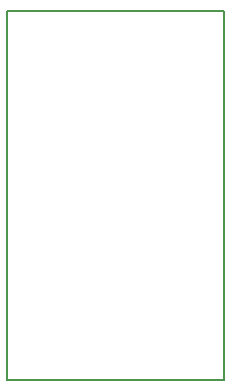
<source format=gbr>
%TF.GenerationSoftware,KiCad,Pcbnew,7.0.8-7.0.8~ubuntu23.04.1*%
%TF.CreationDate,2023-10-18T20:22:37+02:00*%
%TF.ProjectId,eprom_replacer2,6570726f-6d5f-4726-9570-6c6163657232,1.01*%
%TF.SameCoordinates,Original*%
%TF.FileFunction,Profile,NP*%
%FSLAX46Y46*%
G04 Gerber Fmt 4.6, Leading zero omitted, Abs format (unit mm)*
G04 Created by KiCad (PCBNEW 7.0.8-7.0.8~ubuntu23.04.1) date 2023-10-18 20:22:37*
%MOMM*%
%LPD*%
G01*
G04 APERTURE LIST*
%TA.AperFunction,Profile*%
%ADD10C,0.200000*%
%TD*%
G04 APERTURE END LIST*
D10*
X117729000Y-78105000D02*
X117729000Y-109347000D01*
X117729000Y-109347000D02*
X99314000Y-109347000D01*
X99314000Y-109347000D02*
X99314000Y-78105000D01*
X99314000Y-78105000D02*
X117729000Y-78105000D01*
M02*

</source>
